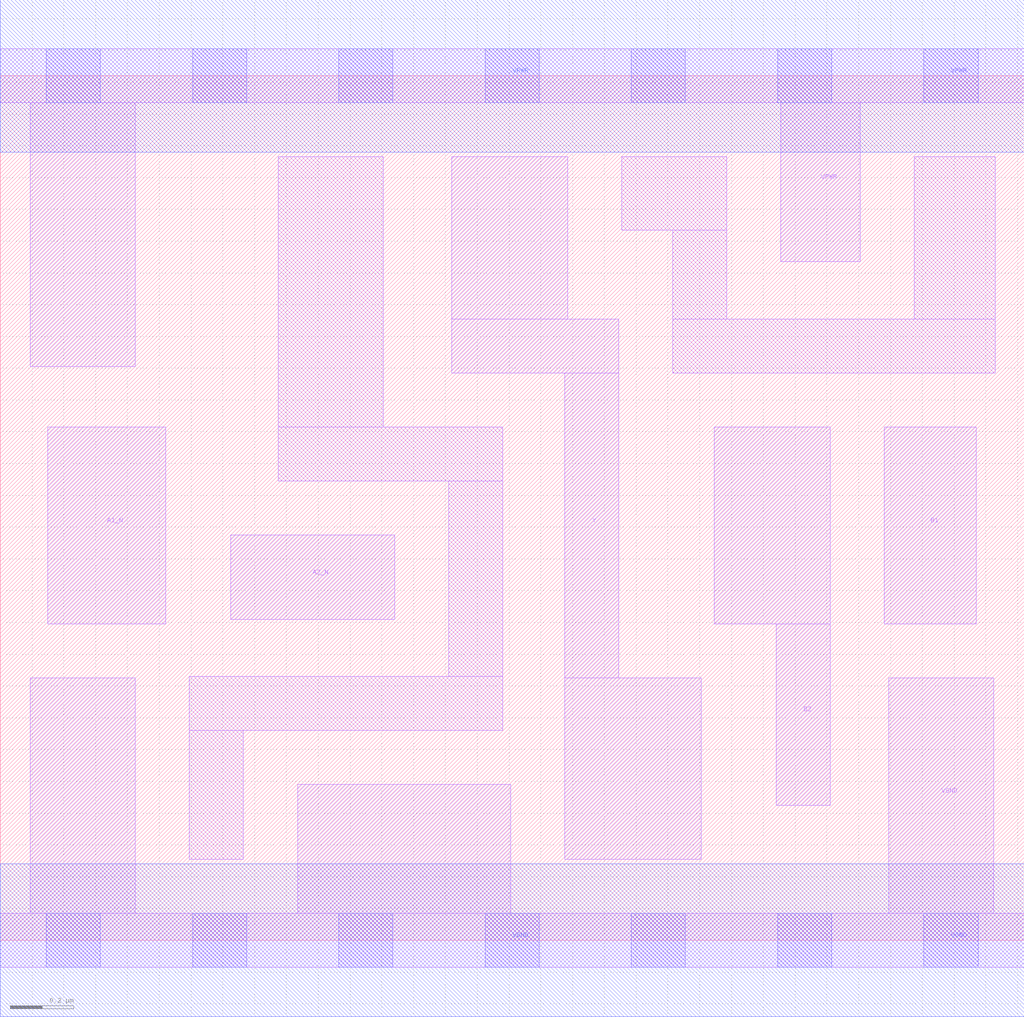
<source format=lef>
# Copyright 2020 The SkyWater PDK Authors
#
# Licensed under the Apache License, Version 2.0 (the "License");
# you may not use this file except in compliance with the License.
# You may obtain a copy of the License at
#
#     https://www.apache.org/licenses/LICENSE-2.0
#
# Unless required by applicable law or agreed to in writing, software
# distributed under the License is distributed on an "AS IS" BASIS,
# WITHOUT WARRANTIES OR CONDITIONS OF ANY KIND, either express or implied.
# See the License for the specific language governing permissions and
# limitations under the License.
#
# SPDX-License-Identifier: Apache-2.0

VERSION 5.7 ;
  NAMESCASESENSITIVE ON ;
  NOWIREEXTENSIONATPIN ON ;
  DIVIDERCHAR "/" ;
  BUSBITCHARS "[]" ;
UNITS
  DATABASE MICRONS 200 ;
END UNITS
MACRO sky130_fd_sc_hd__a2bb2oi_1
  CLASS CORE ;
  SOURCE USER ;
  FOREIGN sky130_fd_sc_hd__a2bb2oi_1 ;
  ORIGIN  0.000000  0.000000 ;
  SIZE  3.220000 BY  2.720000 ;
  SYMMETRY X Y R90 ;
  SITE unithd ;
  PIN A1_N
    ANTENNAGATEAREA  0.247500 ;
    DIRECTION INPUT ;
    USE SIGNAL ;
    PORT
      LAYER li1 ;
        RECT 0.150000 0.995000 0.520000 1.615000 ;
    END
  END A1_N
  PIN A2_N
    ANTENNAGATEAREA  0.247500 ;
    DIRECTION INPUT ;
    USE SIGNAL ;
    PORT
      LAYER li1 ;
        RECT 0.725000 1.010000 1.240000 1.275000 ;
    END
  END A2_N
  PIN B1
    ANTENNAGATEAREA  0.247500 ;
    DIRECTION INPUT ;
    USE SIGNAL ;
    PORT
      LAYER li1 ;
        RECT 2.780000 0.995000 3.070000 1.615000 ;
    END
  END B1
  PIN B2
    ANTENNAGATEAREA  0.247500 ;
    DIRECTION INPUT ;
    USE SIGNAL ;
    PORT
      LAYER li1 ;
        RECT 2.245000 0.995000 2.610000 1.615000 ;
        RECT 2.440000 0.425000 2.610000 0.995000 ;
    END
  END B2
  PIN Y
    ANTENNADIFFAREA  0.515500 ;
    DIRECTION OUTPUT ;
    USE SIGNAL ;
    PORT
      LAYER li1 ;
        RECT 1.420000 1.785000 1.945000 1.955000 ;
        RECT 1.420000 1.955000 1.785000 2.465000 ;
        RECT 1.775000 0.255000 2.205000 0.825000 ;
        RECT 1.775000 0.825000 1.945000 1.785000 ;
    END
  END Y
  PIN VGND
    DIRECTION INOUT ;
    SHAPE ABUTMENT ;
    USE GROUND ;
    PORT
      LAYER li1 ;
        RECT 0.000000 -0.085000 3.220000 0.085000 ;
        RECT 0.095000  0.085000 0.425000 0.825000 ;
        RECT 0.935000  0.085000 1.605000 0.490000 ;
        RECT 2.795000  0.085000 3.125000 0.825000 ;
      LAYER mcon ;
        RECT 0.145000 -0.085000 0.315000 0.085000 ;
        RECT 0.605000 -0.085000 0.775000 0.085000 ;
        RECT 1.065000 -0.085000 1.235000 0.085000 ;
        RECT 1.525000 -0.085000 1.695000 0.085000 ;
        RECT 1.985000 -0.085000 2.155000 0.085000 ;
        RECT 2.445000 -0.085000 2.615000 0.085000 ;
        RECT 2.905000 -0.085000 3.075000 0.085000 ;
      LAYER met1 ;
        RECT 0.000000 -0.240000 3.220000 0.240000 ;
    END
  END VGND
  PIN VPWR
    DIRECTION INOUT ;
    SHAPE ABUTMENT ;
    USE POWER ;
    PORT
      LAYER li1 ;
        RECT 0.000000 2.635000 3.220000 2.805000 ;
        RECT 0.095000 1.805000 0.425000 2.635000 ;
        RECT 2.455000 2.135000 2.705000 2.635000 ;
      LAYER mcon ;
        RECT 0.145000 2.635000 0.315000 2.805000 ;
        RECT 0.605000 2.635000 0.775000 2.805000 ;
        RECT 1.065000 2.635000 1.235000 2.805000 ;
        RECT 1.525000 2.635000 1.695000 2.805000 ;
        RECT 1.985000 2.635000 2.155000 2.805000 ;
        RECT 2.445000 2.635000 2.615000 2.805000 ;
        RECT 2.905000 2.635000 3.075000 2.805000 ;
      LAYER met1 ;
        RECT 0.000000 2.480000 3.220000 2.960000 ;
    END
  END VPWR
  OBS
    LAYER li1 ;
      RECT 0.595000 0.255000 0.765000 0.660000 ;
      RECT 0.595000 0.660000 1.580000 0.830000 ;
      RECT 0.875000 1.445000 1.580000 1.615000 ;
      RECT 0.875000 1.615000 1.205000 2.465000 ;
      RECT 1.410000 0.830000 1.580000 1.445000 ;
      RECT 1.955000 2.235000 2.285000 2.465000 ;
      RECT 2.115000 1.785000 3.130000 1.955000 ;
      RECT 2.115000 1.955000 2.285000 2.235000 ;
      RECT 2.875000 1.955000 3.130000 2.465000 ;
  END
END sky130_fd_sc_hd__a2bb2oi_1
END LIBRARY

</source>
